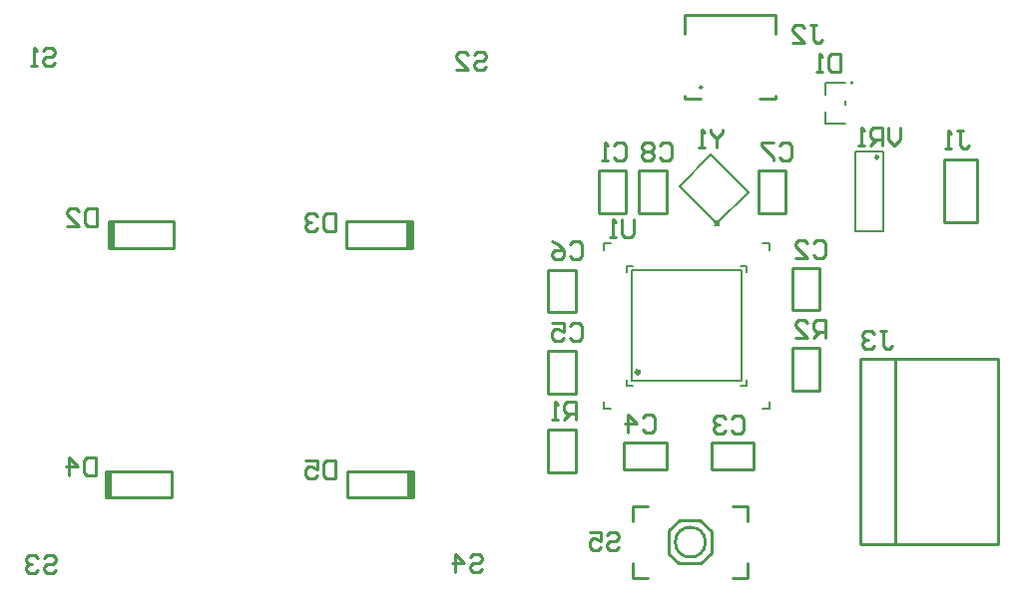
<source format=gbo>
G04*
G04 #@! TF.GenerationSoftware,Altium Limited,Altium Designer,21.2.0 (30)*
G04*
G04 Layer_Color=32896*
%FSLAX25Y25*%
%MOIN*%
G70*
G04*
G04 #@! TF.SameCoordinates,0040915D-7402-430E-846D-5893D7272676*
G04*
G04*
G04 #@! TF.FilePolarity,Positive*
G04*
G01*
G75*
%ADD21C,0.01181*%
%ADD55C,0.01000*%
%ADD56C,0.00787*%
%ADD57C,0.01417*%
%ADD58C,0.00600*%
D21*
X221555Y75839D02*
G03*
X221555Y75839I-591J0D01*
G01*
D55*
X301279Y147638D02*
G03*
X301279Y147638I-492J0D01*
G01*
X243603Y18898D02*
G03*
X243603Y18898I-5020J0D01*
G01*
X242481Y171063D02*
G03*
X242481Y171063I-355J0D01*
G01*
X252658Y31004D02*
X257776D01*
X257776Y25886D02*
Y31004D01*
X219390Y6791D02*
X224508D01*
X219390D02*
Y11909D01*
X219390Y31004D02*
X224508D01*
X219390Y25886D02*
Y31004D01*
X252658Y6791D02*
X257776D01*
X257776D02*
Y11909D01*
X234643Y11808D02*
X242123D01*
X245673Y15358D01*
Y22438D01*
X241733Y26378D02*
X245673Y22438D01*
X235043Y26378D02*
X241733D01*
X231493Y22828D02*
X235043Y26378D01*
X231493Y14958D02*
Y22828D01*
Y14958D02*
X234643Y11808D01*
X272638Y69685D02*
Y83957D01*
X281693D01*
Y69685D02*
Y83957D01*
X272638Y69685D02*
X281693D01*
X200197Y42215D02*
Y56486D01*
X191142Y42215D02*
X200197D01*
X191142D02*
Y56486D01*
X200197D01*
X341338Y18228D02*
Y80197D01*
X307087D02*
X341338D01*
X307087Y18228D02*
X341338Y18228D01*
X307087D02*
Y80197D01*
X341338Y18228D02*
Y80197D01*
X307087D02*
X341338D01*
X307087Y18228D02*
X341338Y18228D01*
X307087D02*
Y80197D01*
X295394Y18228D02*
X307087D01*
X295394D02*
Y80197D01*
X306850D01*
X266929Y188976D02*
Y195122D01*
X236614D02*
X266929D01*
X236614Y188779D02*
Y195129D01*
X266929Y167122D02*
Y168307D01*
X261622Y167122D02*
X266929D01*
X236614D02*
X241920D01*
X236614D02*
Y168209D01*
X323228Y125965D02*
X334252D01*
X323228D02*
Y147028D01*
X334252D01*
Y125965D02*
Y147028D01*
X230512Y128947D02*
Y143120D01*
X221457D02*
X230512D01*
X221457Y128947D02*
Y143120D01*
Y128947D02*
X230512D01*
X270276D02*
Y143120D01*
X261221D02*
X270276D01*
X261221Y128947D02*
Y143120D01*
Y128947D02*
X270276D01*
X191142Y95876D02*
Y110049D01*
Y95876D02*
X200197D01*
Y110049D01*
X191142D02*
X200197D01*
X191142Y68711D02*
Y82884D01*
Y68711D02*
X200197D01*
Y82884D01*
X191142D02*
X200197D01*
X216348Y52165D02*
X230521D01*
X216348Y43110D02*
Y52165D01*
Y43110D02*
X230521D01*
Y52165D01*
X245669Y43110D02*
X259842D01*
Y52165D01*
X245669D02*
X259842D01*
X245669Y43110D02*
Y52165D01*
X272638Y96457D02*
Y110630D01*
Y96457D02*
X281693D01*
Y110630D01*
X272638D02*
X281693D01*
X208071Y128947D02*
Y143120D01*
Y128947D02*
X217126D01*
Y143120D01*
X208071D02*
X217126D01*
X144882Y126083D02*
X145571D01*
Y117224D02*
Y126083D01*
X144882Y117224D02*
X145571D01*
X144094Y126083D02*
X144882D01*
Y117224D02*
Y126083D01*
X144094Y117224D02*
X144882D01*
X123622Y126083D02*
X144094D01*
Y117224D02*
Y126083D01*
X123622Y117224D02*
X144094D01*
X123622D02*
Y126083D01*
X145276Y42618D02*
X145965D01*
Y33760D02*
Y42618D01*
X145276Y33760D02*
X145965D01*
X144488Y42618D02*
X145276D01*
Y33760D02*
Y42618D01*
X144488Y33760D02*
X145276D01*
X124016Y42618D02*
X144488D01*
Y33760D02*
Y42618D01*
X124016Y33760D02*
X144488D01*
X124016D02*
Y42618D01*
X43255Y33760D02*
X43944D01*
X43255D02*
Y42618D01*
X43944D01*
Y33760D02*
X44731D01*
X43944D02*
Y42618D01*
X44731D01*
Y33760D02*
X65204D01*
X44731D02*
Y42618D01*
X65204D01*
Y33760D02*
Y42618D01*
X44193Y117224D02*
X44882D01*
X44193D02*
Y126083D01*
X44882D01*
Y117224D02*
X45669D01*
X44882D02*
Y126083D01*
X45669D01*
Y117224D02*
X66142D01*
X45669D02*
Y126083D01*
X66142D01*
Y117224D02*
Y126083D01*
X249274Y156936D02*
Y155936D01*
X247275Y153937D01*
X245276Y155936D01*
Y156936D01*
X247275Y153937D02*
Y150938D01*
X243276D02*
X241277D01*
X242277D01*
Y156936D01*
X243276Y155936D01*
X308671Y157428D02*
Y153429D01*
X306672Y151430D01*
X304672Y153429D01*
Y157428D01*
X302673Y151430D02*
Y157428D01*
X299674D01*
X298674Y156429D01*
Y154429D01*
X299674Y153429D01*
X302673D01*
X300674D02*
X298674Y151430D01*
X296675D02*
X294675D01*
X295675D01*
Y157428D01*
X296675Y156429D01*
X219747Y126916D02*
Y121918D01*
X218747Y120918D01*
X216748D01*
X215748Y121918D01*
Y126916D01*
X213749Y120918D02*
X211749D01*
X212749D01*
Y126916D01*
X213749Y125917D01*
X210842Y21291D02*
X211842Y22290D01*
X213841D01*
X214841Y21291D01*
Y20291D01*
X213841Y19291D01*
X211842D01*
X210842Y18292D01*
Y17292D01*
X211842Y16292D01*
X213841D01*
X214841Y17292D01*
X204844Y22290D02*
X208843D01*
Y19291D01*
X206843Y20291D01*
X205844D01*
X204844Y19291D01*
Y17292D01*
X205844Y16292D01*
X207843D01*
X208843Y17292D01*
X165173Y13810D02*
X166173Y14810D01*
X168172D01*
X169172Y13810D01*
Y12811D01*
X168172Y11811D01*
X166173D01*
X165173Y10811D01*
Y9812D01*
X166173Y8812D01*
X168172D01*
X169172Y9812D01*
X160175Y8812D02*
Y14810D01*
X163174Y11811D01*
X159175D01*
X22653Y13417D02*
X23653Y14416D01*
X25652D01*
X26652Y13417D01*
Y12417D01*
X25652Y11417D01*
X23653D01*
X22653Y10418D01*
Y9418D01*
X23653Y8418D01*
X25652D01*
X26652Y9418D01*
X20654Y13417D02*
X19654Y14416D01*
X17655D01*
X16655Y13417D01*
Y12417D01*
X17655Y11417D01*
X18654D01*
X17655D01*
X16655Y10418D01*
Y9418D01*
X17655Y8418D01*
X19654D01*
X20654Y9418D01*
X166354Y181921D02*
X167354Y182920D01*
X169353D01*
X170353Y181921D01*
Y180921D01*
X169353Y179921D01*
X167354D01*
X166354Y178922D01*
Y177922D01*
X167354Y176922D01*
X169353D01*
X170353Y177922D01*
X160356Y176922D02*
X164355D01*
X160356Y180921D01*
Y181921D01*
X161356Y182920D01*
X163355D01*
X164355Y181921D01*
X22441Y183102D02*
X23441Y184101D01*
X25440D01*
X26440Y183102D01*
Y182102D01*
X25440Y181102D01*
X23441D01*
X22441Y180103D01*
Y179103D01*
X23441Y178103D01*
X25440D01*
X26440Y179103D01*
X20442Y178103D02*
X18442D01*
X19442D01*
Y184101D01*
X20442Y183102D01*
X283700Y87300D02*
Y93298D01*
X280701D01*
X279701Y92298D01*
Y90299D01*
X280701Y89299D01*
X283700D01*
X281701D02*
X279701Y87300D01*
X273703D02*
X277702D01*
X273703Y91299D01*
Y92298D01*
X274703Y93298D01*
X276702D01*
X277702Y92298D01*
X200200Y59900D02*
Y65898D01*
X197201D01*
X196201Y64898D01*
Y62899D01*
X197201Y61899D01*
X200200D01*
X198201D02*
X196201Y59900D01*
X194202D02*
X192203D01*
X193202D01*
Y65898D01*
X194202Y64898D01*
X301901Y89698D02*
X303901D01*
X302901D01*
Y84700D01*
X303901Y83700D01*
X304900D01*
X305900Y84700D01*
X299902Y88698D02*
X298902Y89698D01*
X296903D01*
X295903Y88698D01*
Y87699D01*
X296903Y86699D01*
X297903D01*
X296903D01*
X295903Y85699D01*
Y84700D01*
X296903Y83700D01*
X298902D01*
X299902Y84700D01*
X278755Y191975D02*
X280755D01*
X279755D01*
Y186977D01*
X280755Y185977D01*
X281754D01*
X282754Y186977D01*
X272757Y185977D02*
X276756D01*
X272757Y189976D01*
Y190976D01*
X273757Y191975D01*
X275756D01*
X276756Y190976D01*
X327701Y156498D02*
X329701D01*
X328701D01*
Y151500D01*
X329701Y150500D01*
X330700D01*
X331700Y151500D01*
X325702Y150500D02*
X323703D01*
X324702D01*
Y156498D01*
X325702Y155498D01*
X119959Y46306D02*
Y40308D01*
X116960D01*
X115960Y41308D01*
Y45306D01*
X116960Y46306D01*
X119959D01*
X109962D02*
X113961D01*
Y43307D01*
X111962Y44307D01*
X110962D01*
X109962Y43307D01*
Y41308D01*
X110962Y40308D01*
X112961D01*
X113961Y41308D01*
X40038Y47093D02*
Y41096D01*
X37039D01*
X36039Y42095D01*
Y46094D01*
X37039Y47093D01*
X40038D01*
X31041Y41096D02*
Y47093D01*
X34040Y44094D01*
X30041D01*
X119959Y128983D02*
Y122985D01*
X116960D01*
X115960Y123985D01*
Y127984D01*
X116960Y128983D01*
X119959D01*
X113961Y127984D02*
X112961Y128983D01*
X110962D01*
X109962Y127984D01*
Y126984D01*
X110962Y125984D01*
X111962D01*
X110962D01*
X109962Y124985D01*
Y123985D01*
X110962Y122985D01*
X112961D01*
X113961Y123985D01*
X40431Y130558D02*
Y124560D01*
X37432D01*
X36433Y125560D01*
Y129558D01*
X37432Y130558D01*
X40431D01*
X30435Y124560D02*
X34433D01*
X30435Y128559D01*
Y129558D01*
X31434Y130558D01*
X33434D01*
X34433Y129558D01*
X288600Y182298D02*
Y176300D01*
X285601D01*
X284601Y177300D01*
Y181298D01*
X285601Y182298D01*
X288600D01*
X282602Y176300D02*
X280603D01*
X281602D01*
Y182298D01*
X282602Y181298D01*
X228501Y151518D02*
X229501Y152517D01*
X231500D01*
X232500Y151518D01*
Y147519D01*
X231500Y146519D01*
X229501D01*
X228501Y147519D01*
X226502Y151518D02*
X225502Y152517D01*
X223503D01*
X222503Y151518D01*
Y150518D01*
X223503Y149518D01*
X222503Y148519D01*
Y147519D01*
X223503Y146519D01*
X225502D01*
X226502Y147519D01*
Y148519D01*
X225502Y149518D01*
X226502Y150518D01*
Y151518D01*
X225502Y149518D02*
X223503D01*
X268201Y151498D02*
X269201Y152498D01*
X271200D01*
X272200Y151498D01*
Y147500D01*
X271200Y146500D01*
X269201D01*
X268201Y147500D01*
X266202Y152498D02*
X262203D01*
Y151498D01*
X266202Y147500D01*
Y146500D01*
X198214Y118498D02*
X199214Y119498D01*
X201213D01*
X202213Y118498D01*
Y114500D01*
X201213Y113500D01*
X199214D01*
X198214Y114500D01*
X192216Y119498D02*
X194215Y118498D01*
X196214Y116499D01*
Y114500D01*
X195215Y113500D01*
X193216D01*
X192216Y114500D01*
Y115499D01*
X193216Y116499D01*
X196214D01*
X198208Y91298D02*
X199207Y92298D01*
X201207D01*
X202206Y91298D01*
Y87300D01*
X201207Y86300D01*
X199207D01*
X198208Y87300D01*
X192209Y92298D02*
X196208D01*
Y89299D01*
X194209Y90299D01*
X193209D01*
X192209Y89299D01*
Y87300D01*
X193209Y86300D01*
X195209D01*
X196208Y87300D01*
X222801Y60698D02*
X223801Y61698D01*
X225800D01*
X226800Y60698D01*
Y56700D01*
X225800Y55700D01*
X223801D01*
X222801Y56700D01*
X217803Y55700D02*
Y61698D01*
X220802Y58699D01*
X216803D01*
X252301Y60098D02*
X253301Y61098D01*
X255300D01*
X256300Y60098D01*
Y56100D01*
X255300Y55100D01*
X253301D01*
X252301Y56100D01*
X250302Y60098D02*
X249302Y61098D01*
X247303D01*
X246303Y60098D01*
Y59099D01*
X247303Y58099D01*
X248303D01*
X247303D01*
X246303Y57099D01*
Y56100D01*
X247303Y55100D01*
X249302D01*
X250302Y56100D01*
X279695Y118998D02*
X280695Y119998D01*
X282694D01*
X283694Y118998D01*
Y115000D01*
X282694Y114000D01*
X280695D01*
X279695Y115000D01*
X273697Y114000D02*
X277696D01*
X273697Y117999D01*
Y118998D01*
X274697Y119998D01*
X276696D01*
X277696Y118998D01*
X213101Y151518D02*
X214101Y152517D01*
X216100D01*
X217100Y151518D01*
Y147519D01*
X216100Y146519D01*
X214101D01*
X213101Y147519D01*
X211102Y146519D02*
X209103D01*
X210102D01*
Y152517D01*
X211102Y151518D01*
D56*
X292914Y172539D02*
G03*
X292914Y172539I-394J0D01*
G01*
D57*
X246931Y125955D02*
G03*
X247040Y126044I500J-500D01*
G01*
D58*
X293799Y122830D02*
Y149611D01*
Y122830D02*
X303051D01*
Y149611D01*
X293799D02*
X303051D01*
X283563Y159055D02*
X290256D01*
X283559Y162795D02*
X283563Y159055D01*
Y172441D02*
X290256D01*
X283559Y168701D02*
X283563Y172441D01*
X290453Y165059D02*
Y166437D01*
X218995Y72932D02*
Y109745D01*
X255808D01*
Y72932D02*
Y109745D01*
X218995Y72932D02*
X255808D01*
X217402Y111339D02*
X219370D01*
X217402Y71339D02*
Y73307D01*
Y71339D02*
X219370D01*
X257402Y109370D02*
Y111339D01*
X255433D02*
X257402D01*
Y71339D02*
Y73307D01*
X255433Y71339D02*
X257402D01*
X217402Y109370D02*
Y111339D01*
X265059Y116535D02*
Y118996D01*
X262598D02*
X265059D01*
X262557Y63537D02*
X265017D01*
Y65998D01*
X209702Y63537D02*
Y65998D01*
Y63537D02*
X212163D01*
X209702Y118852D02*
X212163D01*
X209702Y116391D02*
Y118852D01*
X245482Y148561D02*
X258010Y136033D01*
X234904Y137982D02*
X245482Y148561D01*
X247431Y125455D02*
X258010Y136033D01*
X234904Y137982D02*
X247431Y125455D01*
M02*

</source>
